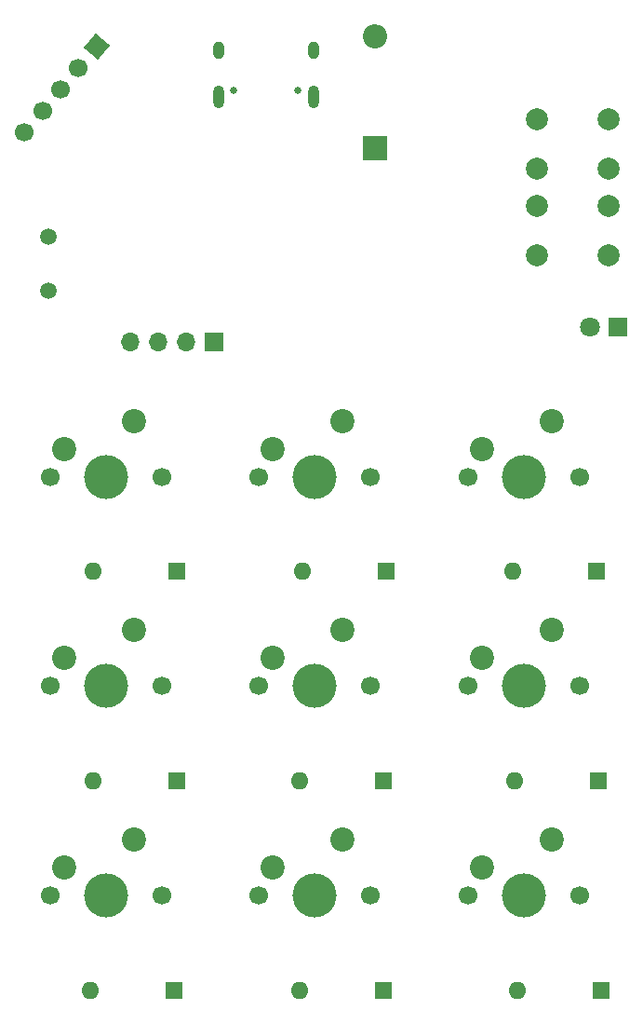
<source format=gbr>
%TF.GenerationSoftware,KiCad,Pcbnew,(6.99.0-4059-gb058ef2d87)*%
%TF.CreationDate,2022-11-01T12:36:00-04:00*%
%TF.ProjectId,rp2040_keyboard,72703230-3430-45f6-9b65-79626f617264,rev?*%
%TF.SameCoordinates,Original*%
%TF.FileFunction,Soldermask,Bot*%
%TF.FilePolarity,Negative*%
%FSLAX46Y46*%
G04 Gerber Fmt 4.6, Leading zero omitted, Abs format (unit mm)*
G04 Created by KiCad (PCBNEW (6.99.0-4059-gb058ef2d87)) date 2022-11-01 12:36:00*
%MOMM*%
%LPD*%
G01*
G04 APERTURE LIST*
G04 Aperture macros list*
%AMHorizOval*
0 Thick line with rounded ends*
0 $1 width*
0 $2 $3 position (X,Y) of the first rounded end (center of the circle)*
0 $4 $5 position (X,Y) of the second rounded end (center of the circle)*
0 Add line between two ends*
20,1,$1,$2,$3,$4,$5,0*
0 Add two circle primitives to create the rounded ends*
1,1,$1,$2,$3*
1,1,$1,$4,$5*%
%AMRotRect*
0 Rectangle, with rotation*
0 The origin of the aperture is its center*
0 $1 length*
0 $2 width*
0 $3 Rotation angle, in degrees counterclockwise*
0 Add horizontal line*
21,1,$1,$2,0,0,$3*%
G04 Aperture macros list end*
%ADD10C,2.000000*%
%ADD11C,1.700000*%
%ADD12C,4.000000*%
%ADD13C,2.200000*%
%ADD14R,1.600000X1.600000*%
%ADD15O,1.600000X1.600000*%
%ADD16R,2.200000X2.200000*%
%ADD17O,2.200000X2.200000*%
%ADD18C,0.650000*%
%ADD19O,1.000000X2.100000*%
%ADD20O,1.000000X1.600000*%
%ADD21C,1.500000*%
%ADD22R,1.700000X1.700000*%
%ADD23O,1.700000X1.700000*%
%ADD24RotRect,1.700000X1.700000X320.000000*%
%ADD25HorizOval,1.700000X0.000000X0.000000X0.000000X0.000000X0*%
%ADD26R,1.800000X1.800000*%
%ADD27C,1.800000*%
G04 APERTURE END LIST*
D10*
%TO.C,SW11*%
X152198000Y-59980000D03*
X158698000Y-59980000D03*
X152198000Y-64480000D03*
X158698000Y-64480000D03*
%TD*%
D11*
%TO.C,SW3*%
X107863000Y-130556000D03*
D12*
X112943000Y-130556000D03*
D11*
X118023000Y-130556000D03*
D13*
X115483000Y-125476000D03*
X109133000Y-128016000D03*
%TD*%
D14*
%TO.C,D11*%
X157999999Y-139191999D03*
D15*
X150379999Y-139191999D03*
%TD*%
D16*
%TO.C,D2*%
X137413999Y-62610999D03*
D17*
X137413999Y-52450999D03*
%TD*%
D18*
%TO.C,J1*%
X130398000Y-57412000D03*
X124618000Y-57412000D03*
D19*
X131827999Y-57941999D03*
D20*
X131827999Y-53761999D03*
D19*
X123187999Y-57941999D03*
D20*
X123187999Y-53761999D03*
%TD*%
D14*
%TO.C,D3*%
X119391999Y-101091999D03*
D15*
X111771999Y-101091999D03*
%TD*%
D21*
%TO.C,Y1*%
X107700000Y-70700000D03*
X107700000Y-75580000D03*
%TD*%
D11*
%TO.C,SW4*%
X126873000Y-92519000D03*
D12*
X131953000Y-92519000D03*
D11*
X137033000Y-92519000D03*
D13*
X134493000Y-87439000D03*
X128143000Y-89979000D03*
%TD*%
D22*
%TO.C,J2*%
X122799999Y-80199999D03*
D23*
X120259999Y-80199999D03*
X117719999Y-80199999D03*
X115179999Y-80199999D03*
%TD*%
D11*
%TO.C,SW2*%
X107863000Y-111506000D03*
D12*
X112943000Y-111506000D03*
D11*
X118023000Y-111506000D03*
D13*
X115483000Y-106426000D03*
X109133000Y-108966000D03*
%TD*%
D24*
%TO.C,J3*%
X112099999Y-53399999D03*
D25*
X110467318Y-55345752D03*
X108834638Y-57291505D03*
X107201957Y-59237258D03*
X105569277Y-61183011D03*
%TD*%
D11*
%TO.C,SW7*%
X145923000Y-92519000D03*
D12*
X151003000Y-92519000D03*
D11*
X156083000Y-92519000D03*
D13*
X153543000Y-87439000D03*
X147193000Y-89979000D03*
%TD*%
D14*
%TO.C,D8*%
X138187999Y-139191999D03*
D15*
X130567999Y-139191999D03*
%TD*%
D11*
%TO.C,SW6*%
X126898400Y-130556000D03*
D12*
X131978400Y-130556000D03*
D11*
X137058400Y-130556000D03*
D13*
X134518400Y-125476000D03*
X128168400Y-128016000D03*
%TD*%
D26*
%TO.C,D1*%
X159516999Y-78866999D03*
D27*
X156977000Y-78867000D03*
%TD*%
D14*
%TO.C,D9*%
X157619999Y-101091999D03*
D15*
X149999999Y-101091999D03*
%TD*%
D14*
%TO.C,D10*%
X157745999Y-120141999D03*
D15*
X150125999Y-120141999D03*
%TD*%
D14*
%TO.C,D5*%
X119137999Y-139191999D03*
D15*
X111517999Y-139191999D03*
%TD*%
D14*
%TO.C,D6*%
X138441999Y-101091999D03*
D15*
X130821999Y-101091999D03*
%TD*%
D14*
%TO.C,D4*%
X119391999Y-120141999D03*
D15*
X111771999Y-120141999D03*
%TD*%
D11*
%TO.C,SW8*%
X145923000Y-111506000D03*
D12*
X151003000Y-111506000D03*
D11*
X156083000Y-111506000D03*
D13*
X153543000Y-106426000D03*
X147193000Y-108966000D03*
%TD*%
D11*
%TO.C,SW1*%
X107863000Y-92519000D03*
D12*
X112943000Y-92519000D03*
D11*
X118023000Y-92519000D03*
D13*
X115483000Y-87439000D03*
X109133000Y-89979000D03*
%TD*%
D10*
%TO.C,SW10*%
X152198000Y-67854000D03*
X158698000Y-67854000D03*
X152198000Y-72354000D03*
X158698000Y-72354000D03*
%TD*%
D14*
%TO.C,D7*%
X138187999Y-120141999D03*
D15*
X130567999Y-120141999D03*
%TD*%
D11*
%TO.C,SW9*%
X145948400Y-130556000D03*
D12*
X151028400Y-130556000D03*
D11*
X156108400Y-130556000D03*
D13*
X153568400Y-125476000D03*
X147218400Y-128016000D03*
%TD*%
D11*
%TO.C,SW5*%
X126873000Y-111506000D03*
D12*
X131953000Y-111506000D03*
D11*
X137033000Y-111506000D03*
D13*
X134493000Y-106426000D03*
X128143000Y-108966000D03*
%TD*%
M02*

</source>
